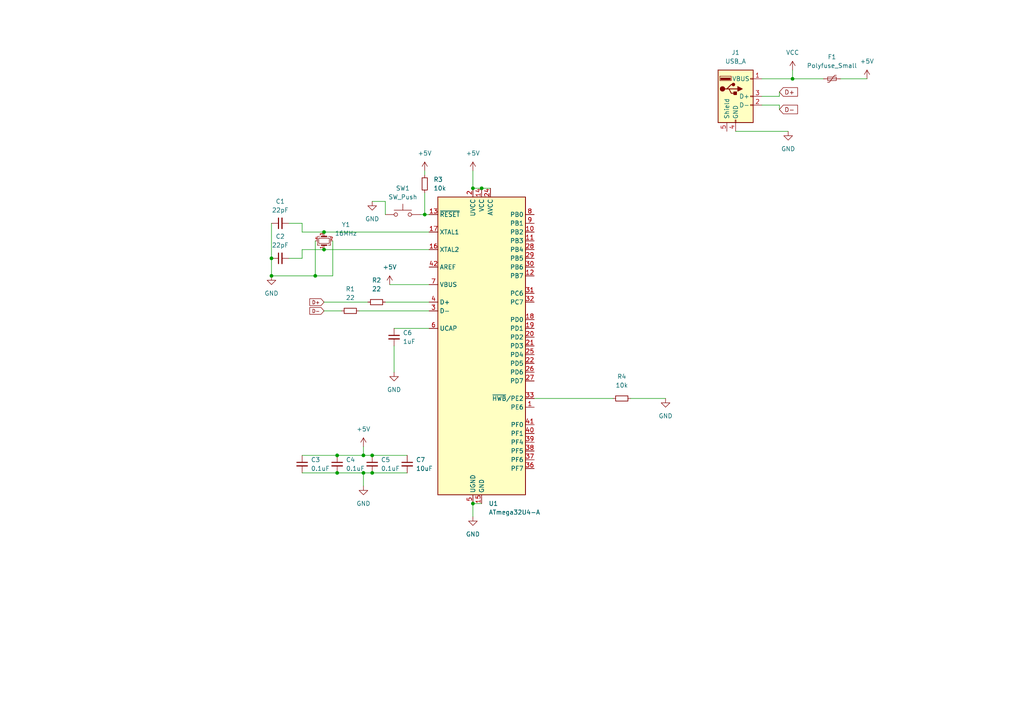
<source format=kicad_sch>
(kicad_sch (version 20211123) (generator eeschema)
  (paper "A4")
  (lib_symbols
    (symbol "Connector:USB_A" (pin_names (offset 1.016))
      (property "Reference" "J" (at -5.08 11.43 0))
      (property "Value" "USB_A" (at -5.08 8.89 0))
      (symbol "USB_A_0_1"
        (rectangle (start -5.08 -7.62) (end 5.08 7.62) (stroke (width 0.254)) (fill (type background)))
        (circle (center -3.81 2.159) (radius 0.635) (stroke (width 0.254)) (fill (type outline)))
        (rectangle (start -1.524 4.826) (end -4.318 5.334) (fill (type outline)))
        (rectangle (start -1.27 4.572) (end -4.572 5.842))
        (circle (center -0.635 3.429) (radius 0.381) (stroke (width 0.254)) (fill (type outline)))
        (rectangle (start -0.127 -7.62) (end 0.127 -6.858))
        (polyline (pts (xy -3.175 2.159) (xy -2.54 2.159) (xy -1.27 3.429) (xy -0.635 3.429)) (stroke (width 0.254)))
        (polyline (pts (xy -2.54 2.159) (xy -1.905 2.159) (xy -1.27 0.889) (xy 0 0.889)) (stroke (width 0.254)))
        (polyline (pts (xy 0.635 2.794) (xy 0.635 1.524) (xy 1.905 2.159) (xy 0.635 2.794)) (stroke (width 0.254)) (fill (type outline)))
        (rectangle (start 0.254 1.27) (end -0.508 0.508) (stroke (width 0.254)) (fill (type outline)))
        (rectangle (start 5.08 -2.667) (end 4.318 -2.413))
        (rectangle (start 5.08 -0.127) (end 4.318 0.127))
        (rectangle (start 5.08 4.953) (end 4.318 5.207))
      )
      (symbol "USB_A_1_1"
        (polyline (pts (xy -1.905 2.159) (xy 0.635 2.159)) (stroke (width 0.254)))
        (pin power_in line (at 7.62 5.08 180) (length 2.54) (name "VBUS") (number "1"))
        (pin bidirectional line (at 7.62 -2.54 180) (length 2.54) (name "D-") (number "2"))
        (pin bidirectional line (at 7.62 0 180) (length 2.54) (name "D+") (number "3"))
        (pin power_in line (at 0 -10.16 90) (length 2.54) (name "GND") (number "4"))
        (pin passive line (at -2.54 -10.16 90) (length 2.54) (name "Shield") (number "5"))
      )
    )
    (symbol "Device:C_Small" (pin_numbers hide) (pin_names (offset 0.254) hide)
      (property "Reference" "C" (at 0.254 1.778 0))
      (property "Value" "C_Small" (at 0.254 -2.032 0))
      (symbol "C_Small_0_1"
        (polyline (pts (xy -1.524 -0.508) (xy 1.524 -0.508)) (stroke (width 0.3302)))
        (polyline (pts (xy -1.524 0.508) (xy 1.524 0.508)) (stroke (width 0.3048)))
      )
      (symbol "C_Small_1_1"
        (pin passive line (at 0 2.54 270) (length 2.032) (name "~") (number "1"))
        (pin passive line (at 0 -2.54 90) (length 2.032) (name "~") (number "2"))
      )
    )
    (symbol "Device:Crystal_GND24_Small" (pin_names (offset 1.016) hide)
      (property "Reference" "Y" (at 1.27 4.445 0))
      (property "Value" "Crystal_GND24_Small" (at 1.27 2.54 0))
      (symbol "Crystal_GND24_Small_0_1"
        (rectangle (start -0.762 -1.524) (end 0.762 1.524))
        (polyline (pts (xy -1.27 -0.762) (xy -1.27 0.762)) (stroke (width 0.381)))
        (polyline (pts (xy 1.27 -0.762) (xy 1.27 0.762)) (stroke (width 0.381)))
        (polyline (pts (xy -1.27 -1.27) (xy -1.27 -1.905) (xy 1.27 -1.905) (xy 1.27 -1.27)))
        (polyline (pts (xy -1.27 1.27) (xy -1.27 1.905) (xy 1.27 1.905) (xy 1.27 1.27)))
      )
      (symbol "Crystal_GND24_Small_1_1"
        (pin passive line (at -2.54 0 0) (length 1.27) (name "1") (number "1"))
        (pin passive line (at 0 -2.54 90) (length 0.635) (name "2") (number "2"))
        (pin passive line (at 2.54 0 180) (length 1.27) (name "3") (number "3"))
        (pin passive line (at 0 2.54 270) (length 0.635) (name "4") (number "4"))
      )
    )
    (symbol "Device:Polyfuse_Small" (pin_numbers hide) (pin_names (offset 0))
      (property "Reference" "F" (at -1.905 0 90))
      (property "Value" "Polyfuse_Small" (at 1.905 0 90))
      (symbol "Polyfuse_Small_0_1"
        (rectangle (start -0.508 1.27) (end 0.508 -1.27))
        (polyline (pts (xy 0 2.54) (xy 0 -2.54)))
        (polyline (pts (xy -1.016 1.27) (xy -1.016 0.762) (xy 1.016 -0.762) (xy 1.016 -1.27)))
      )
      (symbol "Polyfuse_Small_1_1"
        (pin passive line (at 0 2.54 270) (length 0.635) (name "~") (number "1"))
        (pin passive line (at 0 -2.54 90) (length 0.635) (name "~") (number "2"))
      )
    )
    (symbol "Device:R_Small" (pin_numbers hide) (pin_names (offset 0.254) hide)
      (property "Reference" "R" (at 0.762 0.508 0))
      (property "Value" "R_Small" (at 0.762 -1.016 0))
      (symbol "R_Small_0_1"
        (rectangle (start -0.762 1.778) (end 0.762 -1.778) (stroke (width 0.2032)))
      )
      (symbol "R_Small_1_1"
        (pin passive line (at 0 2.54 270) (length 0.762) (name "~") (number "1"))
        (pin passive line (at 0 -2.54 90) (length 0.762) (name "~") (number "2"))
      )
    )
    (symbol "MCU_Microchip_ATmega:ATmega32U4-A"
      (property "Reference" "U" (at -12.7 44.45 0))
      (property "Value" "ATmega32U4-A" (at 2.54 -44.45 0))
      (symbol "ATmega32U4-A_0_1"
        (rectangle (start -12.7 -43.18) (end 12.7 43.18) (stroke (width 0.254)) (fill (type background)))
      )
      (symbol "ATmega32U4-A_1_1"
        (pin bidirectional line (at 15.24 -17.78 180) (length 2.54) (name "PE6") (number "1"))
        (pin bidirectional line (at 15.24 33.02 180) (length 2.54) (name "PB2") (number "10"))
        (pin bidirectional line (at 15.24 30.48 180) (length 2.54) (name "PB3") (number "11"))
        (pin bidirectional line (at 15.24 20.32 180) (length 2.54) (name "PB7") (number "12"))
        (pin input line (at -15.24 38.1 0) (length 2.54) (name "~{RESET}") (number "13"))
        (pin power_in line (at 0 45.72 270) (length 2.54) (name "VCC") (number "14"))
        (pin power_in line (at 0 -45.72 90) (length 2.54) (name "GND") (number "15"))
        (pin output line (at -15.24 27.94 0) (length 2.54) (name "XTAL2") (number "16"))
        (pin input line (at -15.24 33.02 0) (length 2.54) (name "XTAL1") (number "17"))
        (pin bidirectional line (at 15.24 7.62 180) (length 2.54) (name "PD0") (number "18"))
        (pin bidirectional line (at 15.24 5.08 180) (length 2.54) (name "PD1") (number "19"))
        (pin power_in line (at -2.54 45.72 270) (length 2.54) (name "UVCC") (number "2"))
        (pin bidirectional line (at 15.24 2.54 180) (length 2.54) (name "PD2") (number "20"))
        (pin bidirectional line (at 15.24 0 180) (length 2.54) (name "PD3") (number "21"))
        (pin bidirectional line (at 15.24 -5.08 180) (length 2.54) (name "PD5") (number "22"))
        (pin passive line (at 0 -45.72 90) (length 2.54) hide (name "GND") (number "23"))
        (pin power_in line (at 2.54 45.72 270) (length 2.54) (name "AVCC") (number "24"))
        (pin bidirectional line (at 15.24 -2.54 180) (length 2.54) (name "PD4") (number "25"))
        (pin bidirectional line (at 15.24 -7.62 180) (length 2.54) (name "PD6") (number "26"))
        (pin bidirectional line (at 15.24 -10.16 180) (length 2.54) (name "PD7") (number "27"))
        (pin bidirectional line (at 15.24 27.94 180) (length 2.54) (name "PB4") (number "28"))
        (pin bidirectional line (at 15.24 25.4 180) (length 2.54) (name "PB5") (number "29"))
        (pin bidirectional line (at -15.24 10.16 0) (length 2.54) (name "D-") (number "3"))
        (pin bidirectional line (at 15.24 22.86 180) (length 2.54) (name "PB6") (number "30"))
        (pin bidirectional line (at 15.24 15.24 180) (length 2.54) (name "PC6") (number "31"))
        (pin bidirectional line (at 15.24 12.7 180) (length 2.54) (name "PC7") (number "32"))
        (pin bidirectional line (at 15.24 -15.24 180) (length 2.54) (name "~{HWB}/PE2") (number "33"))
        (pin passive line (at 0 45.72 270) (length 2.54) hide (name "VCC") (number "34"))
        (pin passive line (at 0 -45.72 90) (length 2.54) hide (name "GND") (number "35"))
        (pin bidirectional line (at 15.24 -35.56 180) (length 2.54) (name "PF7") (number "36"))
        (pin bidirectional line (at 15.24 -33.02 180) (length 2.54) (name "PF6") (number "37"))
        (pin bidirectional line (at 15.24 -30.48 180) (length 2.54) (name "PF5") (number "38"))
        (pin bidirectional line (at 15.24 -27.94 180) (length 2.54) (name "PF4") (number "39"))
        (pin bidirectional line (at -15.24 12.7 0) (length 2.54) (name "D+") (number "4"))
        (pin bidirectional line (at 15.24 -25.4 180) (length 2.54) (name "PF1") (number "40"))
        (pin bidirectional line (at 15.24 -22.86 180) (length 2.54) (name "PF0") (number "41"))
        (pin passive line (at -15.24 22.86 0) (length 2.54) (name "AREF") (number "42"))
        (pin passive line (at 0 -45.72 90) (length 2.54) hide (name "GND") (number "43"))
        (pin passive line (at 2.54 45.72 270) (length 2.54) hide (name "AVCC") (number "44"))
        (pin passive line (at -2.54 -45.72 90) (length 2.54) (name "UGND") (number "5"))
        (pin passive line (at -15.24 5.08 0) (length 2.54) (name "UCAP") (number "6"))
        (pin input line (at -15.24 17.78 0) (length 2.54) (name "VBUS") (number "7"))
        (pin bidirectional line (at 15.24 38.1 180) (length 2.54) (name "PB0") (number "8"))
        (pin bidirectional line (at 15.24 35.56 180) (length 2.54) (name "PB1") (number "9"))
      )
    )
    (symbol "Switch:SW_Push" (pin_numbers hide) (pin_names (offset 1.016) hide)
      (property "Reference" "SW" (at 1.27 2.54 0))
      (property "Value" "SW_Push" (at 0 -1.524 0))
      (symbol "SW_Push_0_1"
        (circle (center -2.032 0) (radius 0.508))
        (polyline (pts (xy 0 1.27) (xy 0 3.048)))
        (polyline (pts (xy 2.54 1.27) (xy -2.54 1.27)))
        (circle (center 2.032 0) (radius 0.508))
        (pin passive line (at -5.08 0 0) (length 2.54) (name "1") (number "1"))
        (pin passive line (at 5.08 0 180) (length 2.54) (name "2") (number "2"))
      )
    )
    (symbol "power:+5V" (power) (pin_names (offset 0))
      (property "Value" "+5V" (at 0 3.556 0))
      (symbol "+5V_0_1"
        (polyline (pts (xy -0.762 1.27) (xy 0 2.54)))
        (polyline (pts (xy 0 0) (xy 0 2.54)))
        (polyline (pts (xy 0 2.54) (xy 0.762 1.27)))
      )
      (symbol "+5V_1_1"
        (pin power_in line (at 0 0 90) (length 0) hide (name "+5V") (number "1"))
      )
    )
    (symbol "power:GND" (power) (pin_names (offset 0))
      (property "Value" "GND" (at 0 -3.81 0))
      (symbol "GND_0_1"
        (polyline (pts (xy 0 0) (xy 0 -1.27) (xy 1.27 -1.27) (xy 0 -2.54) (xy -1.27 -1.27) (xy 0 -1.27)))
      )
      (symbol "GND_1_1"
        (pin power_in line (at 0 0 270) (length 0) hide (name "GND") (number "1"))
      )
    )
    (symbol "power:VCC" (power) (pin_names (offset 0))
      (property "Value" "VCC" (at 0 3.81 0))
      (symbol "VCC_0_1"
        (polyline (pts (xy -0.762 1.27) (xy 0 2.54)))
        (polyline (pts (xy 0 0) (xy 0 2.54)))
        (polyline (pts (xy 0 2.54) (xy 0.762 1.27)))
      )
      (symbol "VCC_1_1"
        (pin power_in line (at 0 0 90) (length 0) hide (name "VCC") (number "1"))
      )
    )
  )
  (junction (at 93.98 67.31))
  (junction (at 78.74 74.93))
  (junction (at 139.7 54.61))
  (junction (at 93.98 72.39))
  (junction (at 105.41 132.08))
  (junction (at 123.19 62.23))
  (junction (at 78.74 80.01))
  (junction (at 97.79 137.16))
  (junction (at 91.44 80.01))
  (junction (at 97.79 132.08))
  (junction (at 229.87 22.86))
  (junction (at 105.41 137.16))
  (junction (at 137.16 54.61))
  (junction (at 107.95 137.16))
  (junction (at 107.95 132.08))
  (junction (at 137.16 146.05))
  (wire (pts (xy 123.19 55.88) (xy 123.19 62.23)))
  (wire (pts (xy 104.14 90.17) (xy 124.46 90.17)))
  (wire (pts (xy 97.79 132.08) (xy 105.41 132.08)))
  (wire (pts (xy 139.7 54.61) (xy 142.24 54.61)))
  (wire (pts (xy 114.3 100.33) (xy 114.3 107.95)))
  (wire (pts (xy 87.63 132.08) (xy 97.79 132.08)))
  (wire (pts (xy 93.98 67.31) (xy 124.46 67.31)))
  (wire (pts (xy 105.41 140.97) (xy 105.41 137.16)))
  (wire (pts (xy 91.44 69.85) (xy 91.44 80.01)))
  (wire (pts (xy 220.98 27.94) (xy 226.06 27.94)))
  (wire (pts (xy 229.87 22.86) (xy 238.76 22.86)))
  (wire (pts (xy 229.87 20.32) (xy 229.87 22.86)))
  (wire (pts (xy 123.19 62.23) (xy 124.46 62.23)))
  (wire (pts (xy 78.74 64.77) (xy 78.74 74.93)))
  (wire (pts (xy 107.95 137.16) (xy 118.11 137.16)))
  (wire (pts (xy 111.76 58.42) (xy 111.76 62.23)))
  (wire (pts (xy 154.94 115.57) (xy 177.8 115.57)))
  (wire (pts (xy 93.98 72.39) (xy 124.46 72.39)))
  (wire (pts (xy 91.44 80.01) (xy 96.52 80.01)))
  (wire (pts (xy 137.16 54.61) (xy 139.7 54.61)))
  (wire (pts (xy 107.95 132.08) (xy 118.11 132.08)))
  (wire (pts (xy 105.41 132.08) (xy 107.95 132.08)))
  (wire (pts (xy 137.16 146.05) (xy 137.16 149.86)))
  (wire (pts (xy 182.88 115.57) (xy 193.04 115.57)))
  (wire (pts (xy 121.92 62.23) (xy 123.19 62.23)))
  (wire (pts (xy 93.98 87.63) (xy 106.68 87.63)))
  (wire (pts (xy 111.76 87.63) (xy 124.46 87.63)))
  (wire (pts (xy 87.63 137.16) (xy 97.79 137.16)))
  (wire (pts (xy 220.98 22.86) (xy 229.87 22.86)))
  (wire (pts (xy 107.95 58.42) (xy 111.76 58.42)))
  (wire (pts (xy 87.63 72.39) (xy 87.63 74.93)))
  (wire (pts (xy 93.98 67.31) (xy 87.63 67.31)))
  (wire (pts (xy 83.82 64.77) (xy 87.63 64.77)))
  (wire (pts (xy 96.52 69.85) (xy 96.52 80.01)))
  (wire (pts (xy 105.41 129.54) (xy 105.41 132.08)))
  (wire (pts (xy 114.3 95.25) (xy 124.46 95.25)))
  (wire (pts (xy 113.03 82.55) (xy 124.46 82.55)))
  (wire (pts (xy 137.16 146.05) (xy 139.7 146.05)))
  (wire (pts (xy 87.63 67.31) (xy 87.63 64.77)))
  (wire (pts (xy 226.06 30.48) (xy 226.06 31.75)))
  (wire (pts (xy 123.19 49.53) (xy 123.19 50.8)))
  (wire (pts (xy 78.74 80.01) (xy 91.44 80.01)))
  (wire (pts (xy 220.98 30.48) (xy 226.06 30.48)))
  (wire (pts (xy 105.41 137.16) (xy 107.95 137.16)))
  (wire (pts (xy 93.98 90.17) (xy 99.06 90.17)))
  (wire (pts (xy 243.84 22.86) (xy 251.46 22.86)))
  (wire (pts (xy 78.74 74.93) (xy 78.74 80.01)))
  (wire (pts (xy 213.36 38.1) (xy 228.6 38.1)))
  (wire (pts (xy 93.98 72.39) (xy 87.63 72.39)))
  (wire (pts (xy 137.16 49.53) (xy 137.16 54.61)))
  (wire (pts (xy 83.82 74.93) (xy 87.63 74.93)))
  (wire (pts (xy 105.41 137.16) (xy 97.79 137.16)))
  (wire (pts (xy 226.06 27.94) (xy 226.06 26.67)))
  (global_label "D-" (shape input) (at 93.98 90.17 180) (effects (font (size 1 1))) (property "Intersheet References" "${INTERSHEET_REFS}" (effects hide)))
  (global_label "D+" (shape input) (at 93.98 87.63 180) (effects (font (size 1 1))) (property "Intersheet References" "${INTERSHEET_REFS}" (effects hide)))
  (global_label "D-" (shape input) (at 226.06 31.75 0) (property "Intersheet References" "${INTERSHEET_REFS}" (effects hide)))
  (global_label "D+" (shape input) (at 226.06 26.67 0) (property "Intersheet References" "${INTERSHEET_REFS}" (effects hide)))
  (symbol (lib_id "MCU_Microchip_ATmega:ATmega32U4-A") (at 139.7 100.33 0) (unit 1)
    (property "Reference" "U1" (at 141.7194 146.05 0) (effects (justify left)))
    (property "Value" "ATmega32U4-A" (at 141.7194 148.59 0) (effects (justify left)))
    (property "Footprint" "Package_QFP:TQFP-44_10x10mm_P0.8mm" (effects hide))
    (property "Datasheet" "http://ww1.microchip.com/downloads/en/DeviceDoc/Atmel-7766-8-bit-AVR-ATmega16U4-32U4_Datasheet.pdf" (effects hide))
  )
  (symbol (lib_id "Device:C_Small") (at 97.79 134.62 0) (unit 1)
    (property "Reference" "C4" (at 100.33 133.3562 0) (effects (justify left)))
    (property "Value" "0.1uF" (at 100.33 135.8962 0) (effects (justify left)))
    (property "Footprint" "Capacitor_SMD:C_0805_2012Metric" (effects hide))
  )
  (symbol (lib_id "power:+5V") (at 105.41 129.54 0) (unit 1)
    (property "Reference" "#PWR0106" (effects hide))
    (property "Value" "+5V" (at 105.41 124.46 0))
  )
  (symbol (lib_id "Device:R_Small") (at 180.34 115.57 270) (unit 1)
    (property "Reference" "R4" (at 180.34 109.22 90))
    (property "Value" "10k" (at 180.34 111.76 90))
    (property "Footprint" "Resistor_SMD:R_0805_2012Metric" (effects hide))
  )
  (symbol (lib_id "Connector:USB_A") (at 213.36 27.94 0) (unit 1)
    (property "Reference" "J1" (at 213.36 15.24 0))
    (property "Value" "USB_A" (at 213.36 17.78 0))
    (property "Footprint" "Connector_USB:USB_Micro-B_Molex-105017-0001" (effects hide))
    (property "Datasheet" " ~" (effects hide))
  )
  (symbol (lib_id "Device:Crystal_GND24_Small") (at 93.98 69.85 90) (unit 1)
    (property "Reference" "Y1" (at 100.33 65.151 90))
    (property "Value" "16MHz" (at 100.33 67.691 90))
    (property "Footprint" "Crystal:Crystal_SMD_3225-4Pin_3.2x2.5mm" (effects hide))
  )
  (symbol (lib_id "Device:C_Small") (at 118.11 134.62 0) (unit 1)
    (property "Reference" "C7" (at 120.65 133.3562 0) (effects (justify left)))
    (property "Value" "10uF" (at 120.65 135.8962 0) (effects (justify left)))
    (property "Footprint" "Capacitor_SMD:C_0805_2012Metric" (effects hide))
  )
  (symbol (lib_id "Device:Polyfuse_Small") (at 241.3 22.86 90) (unit 1)
    (property "Reference" "F1" (at 241.3 16.51 90))
    (property "Value" "Polyfuse_Small" (at 241.3 19.05 90))
    (property "Footprint" "Fuse:Fuse_1206_3216Metric" (effects hide))
  )
  (symbol (lib_id "Device:R_Small") (at 101.6 90.17 270) (unit 1)
    (property "Reference" "R1" (at 101.6 83.82 90))
    (property "Value" "22" (at 101.6 86.36 90))
    (property "Footprint" "Resistor_SMD:R_0805_2012Metric" (effects hide))
  )
  (symbol (lib_id "power:GND") (at 193.04 115.57 0) (unit 1)
    (property "Reference" "#PWR0104" (effects hide))
    (property "Value" "GND" (at 193.04 120.65 0))
  )
  (symbol (lib_id "power:+5V") (at 137.16 49.53 0) (unit 1)
    (property "Reference" "#PWR0108" (effects hide))
    (property "Value" "+5V" (at 137.16 44.45 0))
  )
  (symbol (lib_id "power:GND") (at 114.3 107.95 0) (unit 1)
    (property "Reference" "#PWR0105" (effects hide))
    (property "Value" "GND" (at 114.3 113.03 0))
  )
  (symbol (lib_id "power:GND") (at 105.41 140.97 0) (unit 1)
    (property "Reference" "#PWR0107" (effects hide))
    (property "Value" "GND" (at 105.41 146.05 0))
  )
  (symbol (lib_id "Device:C_Small") (at 81.28 64.77 90) (unit 1)
    (property "Reference" "C1" (at 81.2863 58.42 90))
    (property "Value" "22pF" (at 81.2863 60.96 90))
    (property "Footprint" "Capacitor_SMD:C_0805_2012Metric" (effects hide))
  )
  (symbol (lib_id "Device:C_Small") (at 87.63 134.62 0) (unit 1)
    (property "Reference" "C3" (at 90.17 133.3562 0) (effects (justify left)))
    (property "Value" "0.1uF" (at 90.17 135.8962 0) (effects (justify left)))
    (property "Footprint" "Capacitor_SMD:C_0805_2012Metric" (effects hide))
  )
  (symbol (lib_id "Device:R_Small") (at 109.22 87.63 90) (unit 1)
    (property "Reference" "R2" (at 109.22 81.28 90))
    (property "Value" "22" (at 109.22 83.82 90))
    (property "Footprint" "Resistor_SMD:R_0805_2012Metric" (effects hide))
  )
  (symbol (lib_id "power:+5V") (at 113.03 82.55 0) (unit 1)
    (property "Reference" "#PWR0102" (effects hide))
    (property "Value" "+5V" (at 113.03 77.47 0))
  )
  (symbol (lib_id "power:+5V") (at 251.46 22.86 0) (unit 1)
    (property "Reference" "#PWR0111" (effects hide))
    (property "Value" "+5V" (at 251.46 17.78 0))
  )
  (symbol (lib_id "Switch:SW_Push") (at 116.84 62.23 0) (unit 1)
    (property "Reference" "SW1" (at 116.84 54.61 0))
    (property "Value" "SW_Push" (at 116.84 57.15 0))
    (property "Footprint" "random-keyboard-parts:SKQG-1155865" (effects hide))
  )
  (symbol (lib_id "power:+5V") (at 123.19 49.53 0) (unit 1)
    (property "Reference" "#PWR0110" (effects hide))
    (property "Value" "+5V" (at 123.19 44.45 0))
  )
  (symbol (lib_id "Device:R_Small") (at 123.19 53.34 0) (unit 1)
    (property "Reference" "R3" (at 125.73 52.0699 0) (effects (justify left)))
    (property "Value" "10k" (at 125.73 54.6099 0) (effects (justify left)))
    (property "Footprint" "Resistor_SMD:R_0805_2012Metric" (effects hide))
  )
  (symbol (lib_id "power:VCC") (at 229.87 20.32 0) (unit 1)
    (property "Reference" "#PWR0112" (effects hide))
    (property "Value" "VCC" (at 229.87 15.24 0))
  )
  (symbol (lib_id "Device:C_Small") (at 107.95 134.62 0) (unit 1)
    (property "Reference" "C5" (at 110.49 133.3562 0) (effects (justify left)))
    (property "Value" "0.1uF" (at 110.49 135.8962 0) (effects (justify left)))
    (property "Footprint" "Capacitor_SMD:C_0805_2012Metric" (effects hide))
  )
  (symbol (lib_id "Device:C_Small") (at 81.28 74.93 90) (unit 1)
    (property "Reference" "C2" (at 81.2863 68.58 90))
    (property "Value" "22pF" (at 81.2863 71.12 90))
    (property "Footprint" "Capacitor_SMD:C_0805_2012Metric" (effects hide))
  )
  (symbol (lib_id "power:GND") (at 107.95 58.42 0) (unit 1)
    (property "Reference" "#PWR0109" (effects hide))
    (property "Value" "GND" (at 107.95 63.5 0))
  )
  (symbol (lib_id "power:GND") (at 78.74 80.01 0) (unit 1)
    (property "Reference" "#PWR0101" (effects hide))
    (property "Value" "GND" (at 78.74 85.09 0))
  )
  (symbol (lib_id "power:GND") (at 137.16 149.86 0) (unit 1)
    (property "Reference" "#PWR0103" (effects hide))
    (property "Value" "GND" (at 137.16 154.94 0))
  )
  (symbol (lib_id "power:GND") (at 228.6 38.1 0) (unit 1)
    (property "Reference" "#PWR0113" (effects hide))
    (property "Value" "GND" (at 228.6 43.18 0))
  )
  (symbol (lib_id "Device:C_Small") (at 114.3 97.79 0) (unit 1)
    (property "Reference" "C6" (at 116.84 96.5262 0) (effects (justify left)))
    (property "Value" "1uF" (at 116.84 99.0662 0) (effects (justify left)))
    (property "Footprint" "Capacitor_SMD:C_0805_2012Metric" (effects hide))
  )
)
</source>
